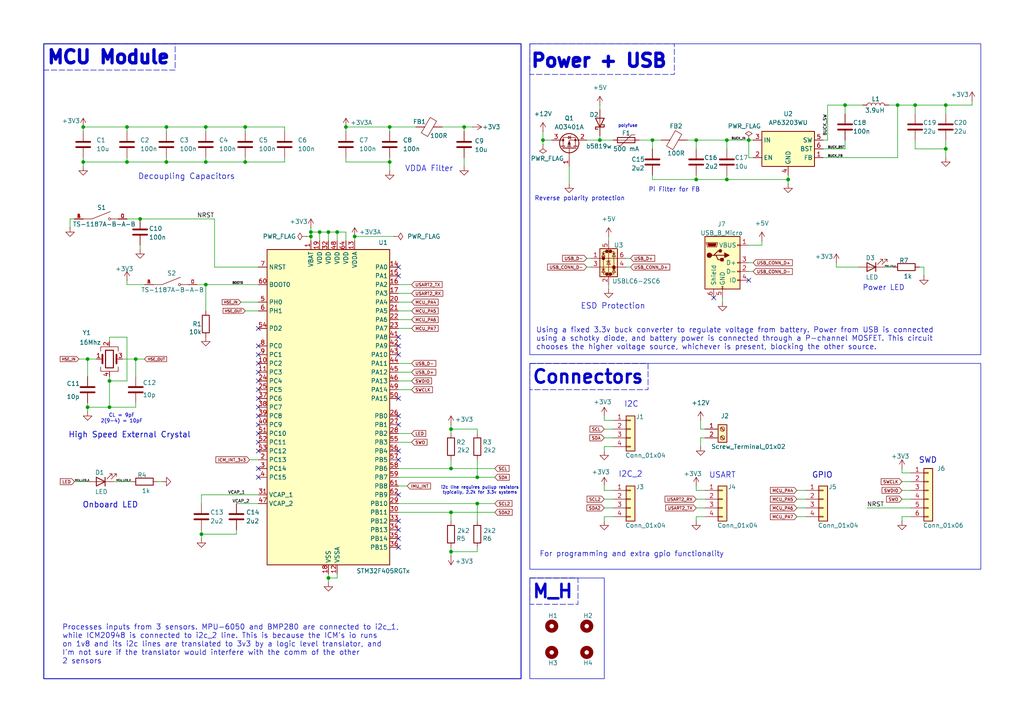
<source format=kicad_sch>
(kicad_sch (version 20231120) (generator "eeschema") (generator_version "8.0")
  (paper "A4")
  (title_block (title "MCU") (date "2025-03-02") (rev "v0.2") (company "Aadil Naji"))
  (lib_symbols
    (symbol "Connector:Screw_Terminal_01x02" (pin_names (offset 1.016) hide)
      (property "Reference" "J" (at 0 2.54 0))
      (property "Value" "Screw_Terminal_01x02" (at 0 -5.08 0))
      (symbol "Screw_Terminal_01x02_1_1"
        (pin passive line (at -5.08 0 0) (length 3.81) (name "Pin_1") (number "1"))
        (pin passive line (at -5.08 -2.54 0) (length 3.81) (name "Pin_2") (number "2"))
      )
    )
    (symbol "Connector:USB_B_Micro" (pin_names (offset 1.016))
      (property "Reference" "J" (at -5.08 11.43 0))
      (property "Value" "USB_B_Micro" (at -5.08 8.89 0))
      (symbol "USB_B_Micro_1_1"
        (pin power_out line (at 7.62 5.08 180) (length 2.54) (name "VBUS") (number "1"))
        (pin bidirectional line (at 7.62 -2.54 180) (length 2.54) (name "D-") (number "2"))
        (pin bidirectional line (at 7.62 0 180) (length 2.54) (name "D+") (number "3"))
        (pin passive line (at 7.62 -5.08 180) (length 2.54) (name "ID") (number "4"))
        (pin power_out line (at 0 -10.16 90) (length 2.54) (name "GND") (number "5"))
        (pin passive line (at -2.54 -10.16 90) (length 2.54) (name "Shield") (number "6"))
      )
    )
    (symbol "Connector_Generic:Conn_01x04" (pin_names (offset 1.016) hide)
      (property "Reference" "J" (at 0 5.08 0))
      (property "Value" "Conn_01x04" (at 0 -7.62 0))
      (symbol "Conn_01x04_1_1"
        (pin passive line (at -5.08 2.54 0) (length 3.81) (name "Pin_1") (number "1"))
        (pin passive line (at -5.08 0 0) (length 3.81) (name "Pin_2") (number "2"))
        (pin passive line (at -5.08 -2.54 0) (length 3.81) (name "Pin_3") (number "3"))
        (pin passive line (at -5.08 -5.08 0) (length 3.81) (name "Pin_4") (number "4"))
      )
    )
    (symbol "Connector_Generic:Conn_01x06" (pin_names (offset 1.016) hide)
      (property "Reference" "J" (at 0 7.62 0))
      (property "Value" "Conn_01x06" (at 0 -10.16 0))
      (symbol "Conn_01x06_1_1"
        (pin passive line (at -5.08 5.08 0) (length 3.81) (name "Pin_1") (number "1"))
        (pin passive line (at -5.08 2.54 0) (length 3.81) (name "Pin_2") (number "2"))
        (pin passive line (at -5.08 0 0) (length 3.81) (name "Pin_3") (number "3"))
        (pin passive line (at -5.08 -2.54 0) (length 3.81) (name "Pin_4") (number "4"))
        (pin passive line (at -5.08 -5.08 0) (length 3.81) (name "Pin_5") (number "5"))
        (pin passive line (at -5.08 -7.62 0) (length 3.81) (name "Pin_6") (number "6"))
      )
    )
    (symbol "Device:C" (pin_numbers hide) (pin_names (offset 0.254))
      (property "Reference" "C" (at 0.635 2.54 0))
      (property "Value" "C" (at 0.635 -2.54 0))
      (symbol "C_1_1"
        (pin passive line (at 0 3.81 270) (length 2.794) (name "~") (number "1"))
        (pin passive line (at 0 -3.81 90) (length 2.794) (name "~") (number "2"))
      )
    )
    (symbol "Device:Crystal_GND24" (pin_names (offset 1.016) hide)
      (property "Reference" "Y" (at 3.175 5.08 0))
      (property "Value" "Crystal_GND24" (at 3.175 3.175 0))
      (symbol "Crystal_GND24_1_1"
        (pin passive line (at -3.81 0 0) (length 1.27) (name "1") (number "1"))
        (pin passive line (at 0 5.08 270) (length 1.27) (name "2") (number "2"))
        (pin passive line (at 3.81 0 180) (length 1.27) (name "3") (number "3"))
        (pin passive line (at 0 -5.08 90) (length 1.27) (name "4") (number "4"))
      )
    )
    (symbol "Device:D_Schottky" (pin_numbers hide) (pin_names (offset 1.016) hide)
      (property "Reference" "D" (at 0 2.54 0))
      (property "Value" "D_Schottky" (at 0 -2.54 0))
      (symbol "D_Schottky_1_1"
        (pin passive line (at -3.81 0 0) (length 2.54) (name "K") (number "1"))
        (pin passive line (at 3.81 0 180) (length 2.54) (name "A") (number "2"))
      )
    )
    (symbol "Device:FerriteBead" (pin_numbers hide) (pin_names (offset 0))
      (property "Reference" "FB" (at -3.81 0.635 90))
      (property "Value" "FerriteBead" (at 3.81 0 90))
      (symbol "FerriteBead_1_1"
        (pin passive line (at 0 3.81 270) (length 2.54) (name "~") (number "1"))
        (pin passive line (at 0 -3.81 90) (length 2.54) (name "~") (number "2"))
      )
    )
    (symbol "Device:L" (pin_numbers hide) (pin_names (offset 1.016) hide)
      (property "Reference" "L" (at -1.27 0 90))
      (property "Value" "L" (at 1.905 0 90))
      (symbol "L_1_1"
        (pin passive line (at 0 3.81 270) (length 1.27) (name "1") (number "1"))
        (pin passive line (at 0 -3.81 90) (length 1.27) (name "2") (number "2"))
      )
    )
    (symbol "Device:LED" (pin_numbers hide) (pin_names (offset 1.016) hide)
      (property "Reference" "D" (at 0 2.54 0))
      (property "Value" "LED" (at 0 -2.54 0))
      (symbol "LED_1_1"
        (pin passive line (at -3.81 0 0) (length 2.54) (name "K") (number "1"))
        (pin passive line (at 3.81 0 180) (length 2.54) (name "A") (number "2"))
      )
    )
    (symbol "Device:Polyfuse" (pin_numbers hide) (pin_names (offset 0))
      (property "Reference" "F" (at -2.54 0 90))
      (property "Value" "Polyfuse" (at 2.54 0 90))
      (symbol "Polyfuse_1_1"
        (pin passive line (at 0 3.81 270) (length 1.27) (name "~") (number "1"))
        (pin passive line (at 0 -3.81 90) (length 1.27) (name "~") (number "2"))
      )
    )
    (symbol "Device:R" (pin_numbers hide) (pin_names (offset 0))
      (property "Reference" "R" (at 2.032 0 90))
      (property "Value" "R" (at 0 0 90))
      (symbol "R_1_1"
        (pin passive line (at 0 3.81 270) (length 1.27) (name "~") (number "1"))
        (pin passive line (at 0 -3.81 90) (length 1.27) (name "~") (number "2"))
      )
    )
    (symbol "MCU_ST_STM32F4:STM32F405RGTx"
      (property "Reference" "U" (at -17.78 46.99 0))
      (property "Value" "STM32F405RGTx" (at 10.16 46.99 0))
      (symbol "STM32F405RGTx_1_1"
        (pin power_in line (at -5.08 48.26 270) (length 2.54) (name "VBAT") (number "1"))
        (pin bidirectional line (at -20.32 12.7 0) (length 2.54) (name "PC2") (number "10"))
        (pin bidirectional line (at -20.32 10.16 0) (length 2.54) (name "PC3") (number "11"))
        (pin power_in line (at 2.54 -48.26 90) (length 2.54) (name "VSSA") (number "12"))
        (pin power_in line (at 7.62 48.26 270) (length 2.54) (name "VDDA") (number "13"))
        (pin bidirectional line (at 20.32 40.64 180) (length 2.54) (name "PA0") (number "14"))
        (pin bidirectional line (at 20.32 38.1 180) (length 2.54) (name "PA1") (number "15"))
        (pin bidirectional line (at 20.32 35.56 180) (length 2.54) (name "PA2") (number "16"))
        (pin bidirectional line (at 20.32 33.02 180) (length 2.54) (name "PA3") (number "17"))
        (pin power_in line (at 0 -48.26 90) (length 2.54) (name "VSS") (number "18"))
        (pin power_in line (at -2.54 48.26 270) (length 2.54) (name "VDD") (number "19"))
        (pin bidirectional line (at -20.32 -15.24 0) (length 2.54) (name "PC13") (number "2"))
        (pin bidirectional line (at 20.32 30.48 180) (length 2.54) (name "PA4") (number "20"))
        (pin bidirectional line (at 20.32 27.94 180) (length 2.54) (name "PA5") (number "21"))
        (pin bidirectional line (at 20.32 25.4 180) (length 2.54) (name "PA6") (number "22"))
        (pin bidirectional line (at 20.32 22.86 180) (length 2.54) (name "PA7") (number "23"))
        (pin bidirectional line (at -20.32 7.62 0) (length 2.54) (name "PC4") (number "24"))
        (pin bidirectional line (at -20.32 5.08 0) (length 2.54) (name "PC5") (number "25"))
        (pin bidirectional line (at 20.32 -2.54 180) (length 2.54) (name "PB0") (number "26"))
        (pin bidirectional line (at 20.32 -5.08 180) (length 2.54) (name "PB1") (number "27"))
        (pin bidirectional line (at 20.32 -7.62 180) (length 2.54) (name "PB2") (number "28"))
        (pin bidirectional line (at 20.32 -27.94 180) (length 2.54) (name "PB10") (number "29"))
        (pin bidirectional line (at -20.32 -17.78 0) (length 2.54) (name "PC14") (number "3"))
        (pin bidirectional line (at 20.32 -30.48 180) (length 2.54) (name "PB11") (number "30"))
        (pin power_out line (at -20.32 -25.4 0) (length 2.54) (name "VCAP_1") (number "31"))
        (pin power_in line (at 0 48.26 270) (length 2.54) (name "VDD") (number "32"))
        (pin bidirectional line (at 20.32 -33.02 180) (length 2.54) (name "PB12") (number "33"))
        (pin bidirectional line (at 20.32 -35.56 180) (length 2.54) (name "PB13") (number "34"))
        (pin bidirectional line (at 20.32 -38.1 180) (length 2.54) (name "PB14") (number "35"))
        (pin bidirectional line (at 20.32 -40.64 180) (length 2.54) (name "PB15") (number "36"))
        (pin bidirectional line (at -20.32 2.54 0) (length 2.54) (name "PC6") (number "37"))
        (pin bidirectional line (at -20.32 0 0) (length 2.54) (name "PC7") (number "38"))
        (pin bidirectional line (at -20.32 -2.54 0) (length 2.54) (name "PC8") (number "39"))
        (pin bidirectional line (at -20.32 -20.32 0) (length 2.54) (name "PC15") (number "4"))
        (pin bidirectional line (at -20.32 -5.08 0) (length 2.54) (name "PC9") (number "40"))
        (pin bidirectional line (at 20.32 20.32 180) (length 2.54) (name "PA8") (number "41"))
        (pin bidirectional line (at 20.32 17.78 180) (length 2.54) (name "PA9") (number "42"))
        (pin bidirectional line (at 20.32 15.24 180) (length 2.54) (name "PA10") (number "43"))
        (pin bidirectional line (at 20.32 12.7 180) (length 2.54) (name "PA11") (number "44"))
        (pin bidirectional line (at 20.32 10.16 180) (length 2.54) (name "PA12") (number "45"))
        (pin bidirectional line (at 20.32 7.62 180) (length 2.54) (name "PA13") (number "46"))
        (pin power_out line (at -20.32 -27.94 0) (length 2.54) (name "VCAP_2") (number "47"))
        (pin power_in line (at 2.54 48.26 270) (length 2.54) (name "VDD") (number "48"))
        (pin bidirectional line (at 20.32 5.08 180) (length 2.54) (name "PA14") (number "49"))
        (pin bidirectional line (at -20.32 30.48 0) (length 2.54) (name "PH0") (number "5"))
        (pin bidirectional line (at 20.32 2.54 180) (length 2.54) (name "PA15") (number "50"))
        (pin bidirectional line (at -20.32 -7.62 0) (length 2.54) (name "PC10") (number "51"))
        (pin bidirectional line (at -20.32 -10.16 0) (length 2.54) (name "PC11") (number "52"))
        (pin bidirectional line (at -20.32 -12.7 0) (length 2.54) (name "PC12") (number "53"))
        (pin bidirectional line (at -20.32 22.86 0) (length 2.54) (name "PD2") (number "54"))
        (pin bidirectional line (at 20.32 -10.16 180) (length 2.54) (name "PB3") (number "55"))
        (pin bidirectional line (at 20.32 -12.7 180) (length 2.54) (name "PB4") (number "56"))
        (pin bidirectional line (at 20.32 -15.24 180) (length 2.54) (name "PB5") (number "57"))
        (pin bidirectional line (at 20.32 -17.78 180) (length 2.54) (name "PB6") (number "58"))
        (pin bidirectional line (at 20.32 -20.32 180) (length 2.54) (name "PB7") (number "59"))
        (pin bidirectional line (at -20.32 27.94 0) (length 2.54) (name "PH1") (number "6"))
        (pin input line (at -20.32 35.56 0) (length 2.54) (name "BOOT0") (number "60"))
        (pin bidirectional line (at 20.32 -22.86 180) (length 2.54) (name "PB8") (number "61"))
        (pin bidirectional line (at 20.32 -25.4 180) (length 2.54) (name "PB9") (number "62"))
        (pin passive line (at 0 -48.26 90) (length 2.54) hide (name "VSS") (number "63"))
        (pin power_in line (at 5.08 48.26 270) (length 2.54) (name "VDD") (number "64"))
        (pin input line (at -20.32 40.64 0) (length 2.54) (name "NRST") (number "7"))
        (pin bidirectional line (at -20.32 17.78 0) (length 2.54) (name "PC0") (number "8"))
        (pin bidirectional line (at -20.32 15.24 0) (length 2.54) (name "PC1") (number "9"))
      )
    )
    (symbol "Mechanical:MountingHole" (pin_names (offset 1.016)) (exclude_from_sim yes) (in_bom no)
      (property "Reference" "H" (at 0 5.08 0))
      (property "Value" "MountingHole" (at 0 3.175 0))
    )
    (symbol "Power_Protection:USBLC6-2SC6" (pin_names hide)
      (property "Reference" "U" (at 0.635 5.715 0))
      (property "Value" "USBLC6-2SC6" (at 0.635 3.81 0))
      (symbol "USBLC6-2SC6_1_1"
        (pin passive line (at -5.08 0 0) (length 2.54) (name "I/O1") (number "1"))
        (pin passive line (at 0 -7.62 90) (length 2.54) (name "GND") (number "2"))
        (pin passive line (at -5.08 -2.54 0) (length 2.54) (name "I/O2") (number "3"))
        (pin passive line (at 5.08 -2.54 180) (length 2.54) (name "I/O2") (number "4"))
        (pin passive line (at 0 5.08 270) (length 2.54) (name "VBUS") (number "5"))
        (pin passive line (at 5.08 0 180) (length 2.54) (name "I/O1") (number "6"))
      )
    )
    (symbol "Regulator_Switching:AP63203WU"
      (property "Reference" "U" (at -7.62 6.35 0))
      (property "Value" "AP63203WU" (at 2.54 6.35 0))
      (symbol "AP63203WU_1_1"
        (pin input line (at 10.16 -2.54 180) (length 2.54) (name "FB") (number "1"))
        (pin input line (at -10.16 -2.54 0) (length 2.54) (name "EN") (number "2"))
        (pin power_in line (at -10.16 2.54 0) (length 2.54) (name "IN") (number "3"))
        (pin power_in line (at 0 -7.62 90) (length 2.54) (name "GND") (number "4"))
        (pin output line (at 10.16 2.54 180) (length 2.54) (name "SW") (number "5"))
        (pin passive line (at 10.16 0 180) (length 2.54) (name "BST") (number "6"))
      )
    )
    (symbol "TS-1187A-B-A-B:TS-1187A-B-A-B" (pin_names (offset 1.016))
      (property "Reference" "S" (at -2.54 2.54 0))
      (property "Value" "TS-1187A-B-A-B" (at -2.54 -2.54 0))
      (symbol "TS-1187A-B-A-B_0_0"
        (pin passive line (at -7.62 0 0) (length 2.54) (name "~") (number "A"))
        (pin passive line (at -7.62 0 0) (length 2.54) (name "~") (number "B"))
        (pin passive line (at 7.62 0 180) (length 2.54) (name "~") (number "C"))
        (pin passive line (at 7.62 0 180) (length 2.54) (name "~") (number "D"))
      )
    )
    (symbol "Transistor_FET:AO3401A" (pin_names hide)
      (property "Reference" "Q" (at 5.08 1.905 0))
      (property "Value" "AO3401A" (at 5.08 0 0))
      (symbol "AO3401A_1_1"
        (pin input line (at -5.08 0 0) (length 2.54) (name "G") (number "1"))
        (pin passive line (at 2.54 -5.08 90) (length 2.54) (name "S") (number "2"))
        (pin passive line (at 2.54 5.08 270) (length 2.54) (name "D") (number "3"))
      )
    )
    (symbol "power:+12V" (power) (pin_numbers hide) (pin_names (offset 0) hide)
      (property "Value" "+12V" (at 0 3.556 0))
      (symbol "+12V_1_1"
        (pin power_in line (at 0 0 90) (length 0) (name "~") (number "1"))
      )
    )
    (symbol "power:+3V3" (power) (pin_numbers hide) (pin_names (offset 0) hide)
      (property "Value" "+3V3" (at 0 3.556 0))
      (symbol "+3V3_1_1"
        (pin power_in line (at 0 0 90) (length 0) (name "~") (number "1"))
      )
    )
    (symbol "power:+5V" (power) (pin_numbers hide) (pin_names (offset 0) hide)
      (property "Value" "+5V" (at 0 3.556 0))
      (symbol "+5V_1_1"
        (pin power_in line (at 0 0 90) (length 0) (name "~") (number "1"))
      )
    )
    (symbol "power:GND" (power) (pin_numbers hide) (pin_names (offset 0) hide)
      (property "Value" "GND" (at 0 -3.81 0))
      (symbol "GND_1_1"
        (pin power_in line (at 0 0 270) (length 0) (name "~") (number "1"))
      )
    )
    (symbol "power:PWR_FLAG" (power) (pin_numbers hide) (pin_names (offset 0) hide)
      (property "Value" "PWR_FLAG" (at 0 3.81 0))
      (symbol "PWR_FLAG_0_0"
        (pin power_out line (at 0 0 90) (length 0) (name "~") (number "1"))
      )
    )
  )
  (junction (at 97.79 67.31))
  (junction (at 100.33 36.83))
  (junction (at 217.17 40.64))
  (junction (at 113.03 46.99))
  (junction (at 36.83 46.99))
  (junction (at 260.35 30.48))
  (junction (at 102.87 68.58))
  (junction (at 130.81 160.02))
  (junction (at 25.4 118.11))
  (junction (at 59.69 82.55))
  (junction (at 31.75 110.49))
  (junction (at 274.32 30.48))
  (junction (at 95.25 167.64))
  (junction (at 40.64 63.5))
  (junction (at 138.43 146.05))
  (junction (at 71.12 36.83))
  (junction (at 113.03 36.83))
  (junction (at 210.82 40.64))
  (junction (at 58.42 154.94))
  (junction (at 228.6 52.07))
  (junction (at 39.37 104.14))
  (junction (at 25.4 104.14))
  (junction (at 134.62 36.83))
  (junction (at 92.71 67.31))
  (junction (at 48.26 36.83))
  (junction (at 130.81 135.89))
  (junction (at 90.17 67.31))
  (junction (at 24.13 46.99))
  (junction (at 48.26 46.99))
  (junction (at 173.99 40.64))
  (junction (at 59.69 46.99))
  (junction (at 189.23 40.64))
  (junction (at 210.82 52.07))
  (junction (at 157.48 40.64))
  (junction (at 245.11 30.48))
  (junction (at 95.25 67.31))
  (junction (at 201.93 52.07))
  (junction (at 36.83 36.83))
  (junction (at 71.12 46.99))
  (junction (at 265.43 30.48))
  (junction (at 274.32 43.18))
  (junction (at 31.75 118.11))
  (junction (at 138.43 138.43))
  (junction (at 59.69 36.83))
  (junction (at 130.81 124.46))
  (junction (at 201.93 40.64))
  (junction (at 130.81 148.59))
  (junction (at 24.13 36.83))
  (junction (at 90.17 68.58))
  (no_connect (at 115.57 120.65))
  (no_connect (at 74.93 95.25))
  (no_connect (at 115.57 133.35))
  (no_connect (at 74.93 120.65))
  (no_connect (at 74.93 113.03))
  (no_connect (at 115.57 130.81))
  (no_connect (at 74.93 118.11))
  (no_connect (at 115.57 123.19))
  (no_connect (at 74.93 110.49))
  (no_connect (at 115.57 102.87))
  (no_connect (at 74.93 115.57))
  (no_connect (at 115.57 156.21))
  (no_connect (at 74.93 123.19))
  (no_connect (at 74.93 135.89))
  (no_connect (at 207.01 86.36))
  (no_connect (at 74.93 130.81))
  (no_connect (at 115.57 158.75))
  (no_connect (at 74.93 125.73))
  (no_connect (at 115.57 80.01))
  (no_connect (at 115.57 100.33))
  (no_connect (at 74.93 107.95))
  (no_connect (at 115.57 143.51))
  (no_connect (at 115.57 115.57))
  (no_connect (at 115.57 151.13))
  (no_connect (at 74.93 128.27))
  (no_connect (at 115.57 97.79))
  (no_connect (at 115.57 77.47))
  (no_connect (at 115.57 153.67))
  (no_connect (at 74.93 102.87))
  (no_connect (at 74.93 105.41))
  (no_connect (at 74.93 100.33))
  (no_connect (at 74.93 138.43))
  (no_connect (at 217.17 81.28))
  (wire (pts (xy 58.42 154.94) (xy 58.42 156.21)))
  (wire (pts (xy 82.55 36.83) (xy 82.55 38.1)))
  (wire (pts (xy 36.83 97.79) (xy 36.83 110.49)))
  (wire (pts (xy 185.42 40.64) (xy 189.23 40.64)))
  (wire (pts (xy 130.81 133.35) (xy 130.81 135.89)))
  (wire (pts (xy 201.93 43.18) (xy 201.93 40.64)))
  (wire (pts (xy 176.53 68.58) (xy 176.53 69.85)))
  (wire (pts (xy 130.81 124.46) (xy 138.43 124.46)))
  (wire (pts (xy 138.43 138.43) (xy 143.51 138.43)))
  (wire (pts (xy 220.98 71.12) (xy 217.17 71.12)))
  (wire (pts (xy 40.64 63.5) (xy 36.83 63.5)))
  (wire (pts (xy 245.11 43.18) (xy 238.76 43.18)))
  (wire (pts (xy 115.57 107.95) (xy 119.38 107.95)))
  (wire (pts (xy 113.03 36.83) (xy 120.65 36.83)))
  (wire (pts (xy 21.59 139.7) (xy 25.4 139.7)))
  (wire (pts (xy 217.17 40.64) (xy 217.17 45.72)))
  (wire (pts (xy 115.57 105.41) (xy 119.38 105.41)))
  (wire (pts (xy 175.26 127) (xy 177.8 127)))
  (wire (pts (xy 261.62 139.7) (xy 264.16 139.7)))
  (wire (pts (xy 115.57 95.25) (xy 119.38 95.25)))
  (wire (pts (xy 157.48 40.64) (xy 157.48 41.91)))
  (wire (pts (xy 231.14 142.24) (xy 233.68 142.24)))
  (wire (pts (xy 82.55 45.72) (xy 82.55 46.99)))
  (wire (pts (xy 90.17 68.58) (xy 90.17 69.85)))
  (wire (pts (xy 261.62 149.86) (xy 264.16 149.86)))
  (wire (pts (xy 138.43 133.35) (xy 138.43 138.43)))
  (wire (pts (xy 100.33 36.83) (xy 100.33 38.1)))
  (wire (pts (xy 231.14 144.78) (xy 233.68 144.78)))
  (wire (pts (xy 217.17 40.64) (xy 218.44 40.64)))
  (wire (pts (xy 40.64 71.12) (xy 40.64 72.39)))
  (wire (pts (xy 245.11 40.64) (xy 245.11 43.18)))
  (wire (pts (xy 25.4 116.84) (xy 25.4 118.11)))
  (wire (pts (xy 210.82 40.64) (xy 210.82 43.18)))
  (wire (pts (xy 31.75 118.11) (xy 39.37 118.11)))
  (wire (pts (xy 20.32 63.5) (xy 21.59 63.5)))
  (wire (pts (xy 59.69 36.83) (xy 59.69 38.1)))
  (wire (pts (xy 58.42 143.51) (xy 58.42 146.05)))
  (wire (pts (xy 74.93 143.51) (xy 58.42 143.51)))
  (wire (pts (xy 69.85 87.63) (xy 74.93 87.63)))
  (wire (pts (xy 48.26 36.83) (xy 48.26 38.1)))
  (wire (pts (xy 71.12 90.17) (xy 74.93 90.17)))
  (wire (pts (xy 36.83 82.55) (xy 41.91 82.55)))
  (wire (pts (xy 201.93 147.32) (xy 204.47 147.32)))
  (wire (pts (xy 59.69 90.17) (xy 59.69 82.55)))
  (wire (pts (xy 25.4 118.11) (xy 25.4 119.38)))
  (wire (pts (xy 22.86 104.14) (xy 25.4 104.14)))
  (wire (pts (xy 24.13 46.99) (xy 24.13 48.26)))
  (wire (pts (xy 58.42 153.67) (xy 58.42 154.94)))
  (wire (pts (xy 113.03 36.83) (xy 113.03 38.1)))
  (wire (pts (xy 68.58 146.05) (xy 74.93 146.05)))
  (wire (pts (xy 115.57 82.55) (xy 119.38 82.55)))
  (wire (pts (xy 115.57 128.27) (xy 119.38 128.27)))
  (wire (pts (xy 189.23 50.8) (xy 189.23 52.07)))
  (wire (pts (xy 210.82 40.64) (xy 217.17 40.64)))
  (wire (pts (xy 261.62 137.16) (xy 264.16 137.16)))
  (wire (pts (xy 130.81 135.89) (xy 143.51 135.89)))
  (wire (pts (xy 36.83 81.28) (xy 36.83 82.55)))
  (wire (pts (xy 115.57 110.49) (xy 119.38 110.49)))
  (wire (pts (xy 175.26 130.81) (xy 175.26 129.54)))
  (wire (pts (xy 265.43 30.48) (xy 260.35 30.48)))
  (wire (pts (xy 250.19 30.48) (xy 245.11 30.48)))
  (wire (pts (xy 261.62 151.13) (xy 261.62 149.86)))
  (wire (pts (xy 130.81 160.02) (xy 130.81 158.75)))
  (wire (pts (xy 100.33 45.72) (xy 100.33 46.99)))
  (wire (pts (xy 59.69 46.99) (xy 71.12 46.99)))
  (wire (pts (xy 134.62 36.83) (xy 137.16 36.83)))
  (wire (pts (xy 97.79 167.64) (xy 97.79 166.37)))
  (wire (pts (xy 175.26 149.86) (xy 175.26 151.13)))
  (wire (pts (xy 97.79 67.31) (xy 95.25 67.31)))
  (wire (pts (xy 130.81 124.46) (xy 130.81 125.73)))
  (wire (pts (xy 31.75 110.49) (xy 31.75 109.22)))
  (wire (pts (xy 201.93 142.24) (xy 204.47 142.24)))
  (wire (pts (xy 138.43 151.13) (xy 138.43 146.05)))
  (wire (pts (xy 261.62 144.78) (xy 264.16 144.78)))
  (wire (pts (xy 261.62 142.24) (xy 264.16 142.24)))
  (wire (pts (xy 274.32 30.48) (xy 265.43 30.48)))
  (wire (pts (xy 274.32 43.18) (xy 274.32 45.72)))
  (wire (pts (xy 170.18 77.47) (xy 171.45 77.47)))
  (wire (pts (xy 92.71 67.31) (xy 92.71 69.85)))
  (wire (pts (xy 228.6 53.34) (xy 228.6 52.07)))
  (wire (pts (xy 175.26 142.24) (xy 177.8 142.24)))
  (wire (pts (xy 115.57 148.59) (xy 130.81 148.59)))
  (wire (pts (xy 274.32 40.64) (xy 274.32 43.18)))
  (wire (pts (xy 256.54 77.47) (xy 259.08 77.47)))
  (wire (pts (xy 72.39 133.35) (xy 74.93 133.35)))
  (wire (pts (xy 242.57 76.2) (xy 242.57 77.47)))
  (wire (pts (xy 95.25 167.64) (xy 95.25 168.91)))
  (wire (pts (xy 90.17 66.04) (xy 90.17 67.31)))
  (wire (pts (xy 134.62 36.83) (xy 134.62 38.1)))
  (wire (pts (xy 231.14 149.86) (xy 233.68 149.86)))
  (wire (pts (xy 265.43 43.18) (xy 274.32 43.18)))
  (wire (pts (xy 24.13 38.1) (xy 24.13 36.83)))
  (wire (pts (xy 261.62 135.89) (xy 261.62 137.16)))
  (wire (pts (xy 115.57 125.73) (xy 119.38 125.73)))
  (wire (pts (xy 62.23 63.5) (xy 62.23 77.47)))
  (wire (pts (xy 31.75 97.79) (xy 36.83 97.79)))
  (wire (pts (xy 115.57 92.71) (xy 119.38 92.71)))
  (wire (pts (xy 228.6 50.8) (xy 228.6 52.07)))
  (wire (pts (xy 210.82 52.07) (xy 228.6 52.07)))
  (wire (pts (xy 245.11 30.48) (xy 245.11 33.02)))
  (wire (pts (xy 138.43 124.46) (xy 138.43 125.73)))
  (wire (pts (xy 130.81 123.19) (xy 130.81 124.46)))
  (wire (pts (xy 95.25 167.64) (xy 97.79 167.64)))
  (wire (pts (xy 25.4 104.14) (xy 25.4 109.22)))
  (wire (pts (xy 242.57 77.47) (xy 248.92 77.47)))
  (wire (pts (xy 36.83 46.99) (xy 48.26 46.99)))
  (wire (pts (xy 115.57 113.03) (xy 119.38 113.03)))
  (wire (pts (xy 115.57 135.89) (xy 130.81 135.89)))
  (wire (pts (xy 24.13 46.99) (xy 36.83 46.99)))
  (wire (pts (xy 189.23 52.07) (xy 201.93 52.07)))
  (wire (pts (xy 203.2 127) (xy 204.47 127)))
  (wire (pts (xy 203.2 124.46) (xy 204.47 124.46)))
  (wire (pts (xy 102.87 68.58) (xy 102.87 69.85)))
  (wire (pts (xy 189.23 40.64) (xy 191.77 40.64)))
  (wire (pts (xy 128.27 36.83) (xy 134.62 36.83)))
  (wire (pts (xy 251.46 147.32) (xy 264.16 147.32)))
  (wire (pts (xy 175.26 120.65) (xy 175.26 121.92)))
  (wire (pts (xy 62.23 77.47) (xy 74.93 77.47)))
  (wire (pts (xy 40.64 63.5) (xy 62.23 63.5)))
  (wire (pts (xy 24.13 45.72) (xy 24.13 46.99)))
  (wire (pts (xy 45.72 139.7) (xy 46.99 139.7)))
  (wire (pts (xy 36.83 110.49) (xy 31.75 110.49)))
  (wire (pts (xy 209.55 86.36) (xy 209.55 87.63)))
  (wire (pts (xy 115.57 146.05) (xy 138.43 146.05)))
  (wire (pts (xy 130.81 161.29) (xy 130.81 160.02)))
  (wire (pts (xy 113.03 46.99) (xy 113.03 49.53)))
  (wire (pts (xy 35.56 104.14) (xy 39.37 104.14)))
  (wire (pts (xy 48.26 36.83) (xy 59.69 36.83)))
  (wire (pts (xy 203.2 129.54) (xy 203.2 127)))
  (wire (pts (xy 31.75 110.49) (xy 31.75 118.11)))
  (wire (pts (xy 130.81 151.13) (xy 130.81 148.59)))
  (wire (pts (xy 48.26 36.83) (xy 36.83 36.83)))
  (wire (pts (xy 260.35 45.72) (xy 260.35 30.48)))
  (wire (pts (xy 175.26 144.78) (xy 177.8 144.78)))
  (wire (pts (xy 173.99 39.37) (xy 173.99 40.64)))
  (wire (pts (xy 175.26 121.92) (xy 177.8 121.92)))
  (wire (pts (xy 95.25 166.37) (xy 95.25 167.64)))
  (wire (pts (xy 203.2 121.92) (xy 203.2 124.46)))
  (wire (pts (xy 36.83 45.72) (xy 36.83 46.99)))
  (wire (pts (xy 100.33 36.83) (xy 113.03 36.83)))
  (wire (pts (xy 175.26 147.32) (xy 177.8 147.32)))
  (wire (pts (xy 25.4 118.11) (xy 31.75 118.11)))
  (wire (pts (xy 59.69 36.83) (xy 71.12 36.83)))
  (wire (pts (xy 115.57 90.17) (xy 119.38 90.17)))
  (wire (pts (xy 115.57 87.63) (xy 119.38 87.63)))
  (wire (pts (xy 217.17 78.74) (xy 218.44 78.74)))
  (wire (pts (xy 201.93 149.86) (xy 204.47 149.86)))
  (wire (pts (xy 201.93 151.13) (xy 201.93 149.86)))
  (wire (pts (xy 199.39 40.64) (xy 201.93 40.64)))
  (wire (pts (xy 165.1 48.26) (xy 165.1 53.34)))
  (wire (pts (xy 240.03 40.64) (xy 238.76 40.64)))
  (wire (pts (xy 181.61 77.47) (xy 182.88 77.47)))
  (wire (pts (xy 176.53 82.55) (xy 176.53 83.82)))
  (wire (pts (xy 134.62 45.72) (xy 134.62 48.26)))
  (wire (pts (xy 201.93 144.78) (xy 204.47 144.78)))
  (wire (pts (xy 175.26 129.54) (xy 177.8 129.54)))
  (wire (pts (xy 201.93 140.97) (xy 201.93 142.24)))
  (wire (pts (xy 100.33 67.31) (xy 97.79 67.31)))
  (wire (pts (xy 181.61 74.93) (xy 182.88 74.93)))
  (wire (pts (xy 71.12 36.83) (xy 71.12 38.1)))
  (wire (pts (xy 130.81 160.02) (xy 138.43 160.02)))
  (wire (pts (xy 97.79 67.31) (xy 97.79 69.85)))
  (wire (pts (xy 175.26 140.97) (xy 175.26 142.24)))
  (wire (pts (xy 39.37 104.14) (xy 41.91 104.14)))
  (wire (pts (xy 39.37 104.14) (xy 39.37 109.22)))
  (wire (pts (xy 267.97 80.01) (xy 267.97 77.47)))
  (wire (pts (xy 71.12 45.72) (xy 71.12 46.99)))
  (wire (pts (xy 138.43 160.02) (xy 138.43 158.75)))
  (wire (pts (xy 173.99 30.48) (xy 173.99 31.75)))
  (wire (pts (xy 170.18 74.93) (xy 171.45 74.93)))
  (wire (pts (xy 240.03 30.48) (xy 240.03 40.64)))
  (wire (pts (xy 102.87 68.58) (xy 114.3 68.58)))
  (wire (pts (xy 68.58 154.94) (xy 68.58 153.67)))
  (wire (pts (xy 245.11 30.48) (xy 240.03 30.48)))
  (wire (pts (xy 48.26 45.72) (xy 48.26 46.99)))
  (wire (pts (xy 59.69 45.72) (xy 59.69 46.99)))
  (wire (pts (xy 71.12 46.99) (xy 82.55 46.99)))
  (wire (pts (xy 31.75 97.79) (xy 31.75 99.06)))
  (wire (pts (xy 92.71 67.31) (xy 90.17 67.31)))
  (wire (pts (xy 58.42 154.94) (xy 68.58 154.94)))
  (wire (pts (xy 274.32 30.48) (xy 274.32 33.02)))
  (wire (pts (xy 100.33 69.85) (xy 100.33 67.31)))
  (wire (pts (xy 115.57 140.97) (xy 118.11 140.97)))
  (wire (pts (xy 20.32 63.5) (xy 20.32 66.04)))
  (wire (pts (xy 175.26 149.86) (xy 177.8 149.86)))
  (wire (pts (xy 281.94 29.21) (xy 281.94 30.48)))
  (wire (pts (xy 115.57 138.43) (xy 138.43 138.43)))
  (wire (pts (xy 218.44 45.72) (xy 217.17 45.72)))
  (wire (pts (xy 115.57 85.09) (xy 119.38 85.09)))
  (wire (pts (xy 173.99 40.64) (xy 177.8 40.64)))
  (wire (pts (xy 71.12 36.83) (xy 82.55 36.83)))
  (wire (pts (xy 157.48 40.64) (xy 160.02 40.64)))
  (wire (pts (xy 57.15 82.55) (xy 59.69 82.55)))
  (wire (pts (xy 220.98 69.85) (xy 220.98 71.12)))
  (wire (pts (xy 231.14 147.32) (xy 233.68 147.32)))
  (wire (pts (xy 39.37 118.11) (xy 39.37 116.84)))
  (wire (pts (xy 90.17 67.31) (xy 90.17 68.58)))
  (wire (pts (xy 36.83 36.83) (xy 36.83 38.1)))
  (wire (pts (xy 201.93 40.64) (xy 210.82 40.64)))
  (wire (pts (xy 113.03 45.72) (xy 113.03 46.99)))
  (wire (pts (xy 265.43 30.48) (xy 265.43 33.02)))
  (wire (pts (xy 189.23 43.18) (xy 189.23 40.64)))
  (wire (pts (xy 210.82 52.07) (xy 210.82 50.8)))
  (wire (pts (xy 260.35 30.48) (xy 257.81 30.48)))
  (wire (pts (xy 88.9 68.58) (xy 90.17 68.58)))
  (wire (pts (xy 201.93 52.07) (xy 210.82 52.07)))
  (wire (pts (xy 25.4 104.14) (xy 27.94 104.14)))
  (wire (pts (xy 201.93 50.8) (xy 201.93 52.07)))
  (wire (pts (xy 95.25 67.31) (xy 92.71 67.31)))
  (wire (pts (xy 100.33 46.99) (xy 113.03 46.99)))
  (wire (pts (xy 175.26 124.46) (xy 177.8 124.46)))
  (wire (pts (xy 36.83 36.83) (xy 24.13 36.83)))
  (wire (pts (xy 265.43 40.64) (xy 265.43 43.18)))
  (wire (pts (xy 33.02 139.7) (xy 38.1 139.7)))
  (wire (pts (xy 138.43 146.05) (xy 143.51 146.05)))
  (wire (pts (xy 217.17 76.2) (xy 218.44 76.2)))
  (wire (pts (xy 95.25 67.31) (xy 95.25 69.85)))
  (wire (pts (xy 267.97 77.47) (xy 266.7 77.47)))
  (wire (pts (xy 59.69 82.55) (xy 74.93 82.55)))
  (wire (pts (xy 238.76 45.72) (xy 260.35 45.72)))
  (wire (pts (xy 170.18 40.64) (xy 173.99 40.64)))
  (wire (pts (xy 48.26 46.99) (xy 59.69 46.99)))
  (wire (pts (xy 157.48 38.1) (xy 157.48 40.64)))
  (wire (pts (xy 130.81 148.59) (xy 143.51 148.59)))
  (wire (pts (xy 281.94 30.48) (xy 274.32 30.48)))
  (rectangle (start 153.67 12.7) (end 195.58 21.59) (stroke (width 0) (type dash)))
  (rectangle (start 153.67 105.41) (end 187.96 113.03) (stroke (width 0) (type dash)))
  (rectangle (start 153.67 167.64) (end 167.64 175.26) (stroke (width 0) (type dash)))
  (rectangle (start 153.67 105.41) (end 284.48 165.1))
  (rectangle (start 346.71 201.93) (end 346.71 201.93))
  (rectangle (start 12.7 12.7) (end 151.13 196.85) (stroke (width 0.254)))
  (rectangle (start 153.67 167.64) (end 175.26 196.85))
  (rectangle (start 153.67 12.7) (end 284.48 102.87))
  (rectangle (start 12.7 12.7) (end 50.8 20.32) (stroke (width 0) (type dash)))
  (text "polyfuse" (at 182.118 36.576 0) (effects (font (size 0.889 0.889))))
  (text "ESD Protection\n" (at 177.8 88.9 0) (effects (font (size 1.651 1.651))))
  (text "Decoupling Capacitors" (at 54.102 51.308 0) (effects (font (size 1.651 1.651))))
  (text "CL = 9pF\n2(9-4) = 10pF" (at 35.306 121.412 0) (effects (font (size 1.016 1.016))))
  (text "Using a fixed 3.3v buck converter to regulate voltage from battery. Power from USB is connected \nusing a schotky diode, and battery power is connected through a P-channel MOSFET. This circuit\nchooses the higher voltage source, whichever is present, blocking the other source.\n" (at 155.448 98.298 0) (effects (font (size 1.524 1.524)) (justify left)))
  (text "VDDA Filter" (at 124.46 49.022 0) (effects (font (size 1.651 1.651))))
  (text "Onboard LED" (at 32.004 146.558 0) (effects (font (size 1.651 1.651) (thickness 0.2064))))
  (text "i2c line requires pullup resistors\ntypically, 2.2k for 3.3v systems\n" (at 139.192 142.24 0) (effects (font (size 0.889 0.889))))
  (text "USART\n" (at 209.55 137.922 0) (effects (font (size 1.651 1.651))))
  (text "Processes inputs from 3 sensors. MPU-6050 and BMP280 are connected to i2c_1,\nwhile ICM20948 is connected to i2c_2 line. This is because the ICM's io runs \non 1v8 and its i2c lines are translated to 3v3 by a logic level translator, and\nI'm not sure if the translator would interfere with the comm of the other\n2 sensors" (at 18.034 186.944 0) (effects (font (size 1.524 1.524)) (justify left)))
  (text "M_H" (at 154.178 171.704 0) (effects (font (size 3.81 3.81) (thickness 0.762) (bold yes)) (justify left)))
  (text "Pi Filter for FB" (at 195.58 55.118 0) (effects (font (size 1.27 1.27))))
  (text "For programming and extra gpio functionality\n" (at 156.464 160.782 0) (effects (font (size 1.524 1.524)) (justify left)))
  (text "I2C" (at 183.134 117.348 0) (effects (font (size 1.651 1.651))))
  (text "SWD" (at 266.446 133.604 0) (effects (font (size 1.651 1.651) (thickness 0.2064)) (justify left)))
  (text "High Speed External Crystal" (at 37.592 126.238 0) (effects (font (size 1.651 1.651) (thickness 0.2064))))
  (text "Power LED" (at 256.286 83.566 0) (effects (font (size 1.524 1.524))))
  (text "GPIO" (at 235.458 137.922 0) (effects (font (size 1.651 1.651) (thickness 0.2064)) (justify left)))
  (text "Reverse polarity protection" (at 168.148 57.658 0) (effects (font (size 1.27 1.27))))
  (text "MCU Module" (at 31.496 16.764 0) (effects (font (size 3.81 3.81) (thickness 1.016) (bold yes))))
  (text "Connectors" (at 154.178 109.474 0) (effects (font (size 3.81 3.81) (thickness 0.762) (bold yes)) (justify left)))
  (text "Power + USB" (at 173.736 17.78 0) (effects (font (size 3.81 3.81) (thickness 1.016) (bold yes))))
  (text "I2C_2" (at 182.88 137.668 0) (effects (font (size 1.651 1.651))))
  (label "VCAP_1" (at 71.12 143.51 180) (effects (font (size 0.889 0.889))))
  (label "BUCK_IN" (at 212.09 40.64 0) (effects (font (size 0.635 0.635))))
  (label "MCU_LED_K" (at 38.1 139.7 180) (effects (font (size 0.508 0.508))))
  (label "BUCK_SW" (at 240.03 39.37 90) (effects (font (size 0.889 0.889))))
  (label "NRST" (at 251.46 147.32 0))
  (label "MCU_LED_A" (at 21.59 139.7 0) (effects (font (size 0.508 0.508))))
  (label "BUCK_FB" (at 240.03 45.72 0) (effects (font (size 0.635 0.635))))
  (label "POW_LED_K" (at 256.54 77.47 0) (effects (font (size 0.381 0.381))))
  (label "BUCK_BST" (at 240.03 43.18 0) (effects (font (size 0.635 0.635))))
  (label "VCAP_2" (at 72.39 146.05 180) (effects (font (size 0.889 0.889))))
  (label "BOOT0" (at 67.31 82.55 0) (effects (font (size 0.635 0.635))))
  (label "NRST" (at 57.15 63.5 0))
  (global_label "HSE_IN" (shape input) (at 69.85 87.63 180) (effects (font (size 0.762 0.762))) (property "Intersheetrefs" "${INTERSHEET_REFS}" (effects (hide yes))))
  (global_label "MCU_PA6" (shape input) (at 231.14 147.32 180) (effects (font (size 0.889 0.889))) (property "Intersheetrefs" "${INTERSHEET_REFS}" (effects (hide yes))))
  (global_label "USART2_RX" (shape input) (at 119.38 85.09 0) (effects (font (size 0.889 0.889))) (property "Intersheetrefs" "${INTERSHEET_REFS}" (effects (hide yes))))
  (global_label "ICM_INT_3v3" (shape input) (at 72.39 133.35 180) (effects (font (size 0.889 0.889))) (property "Intersheetrefs" "${INTERSHEET_REFS}" (effects (hide yes))))
  (global_label "MCU_PA4" (shape input) (at 231.14 142.24 180) (effects (font (size 0.889 0.889))) (property "Intersheetrefs" "${INTERSHEET_REFS}" (effects (hide yes))))
  (global_label "SWO" (shape input) (at 119.38 128.27 0) (effects (font (size 0.889 0.889))) (property "Intersheetrefs" "${INTERSHEET_REFS}" (effects (hide yes))))
  (global_label "USB_CONN_D-" (shape input) (at 170.18 77.47 180) (effects (font (size 0.889 0.889))) (property "Intersheetrefs" "${INTERSHEET_REFS}" (effects (hide yes))))
  (global_label "SCL2" (shape input) (at 175.26 144.78 180) (effects (font (size 0.889 0.889))) (property "Intersheetrefs" "${INTERSHEET_REFS}" (effects (hide yes))))
  (global_label "MCU_PA7" (shape input) (at 231.14 149.86 180) (effects (font (size 0.889 0.889))) (property "Intersheetrefs" "${INTERSHEET_REFS}" (effects (hide yes))))
  (global_label "USB_CONN_D-" (shape input) (at 218.44 78.74 0) (effects (font (size 0.889 0.889))) (property "Intersheetrefs" "${INTERSHEET_REFS}" (effects (hide yes))))
  (global_label "SWCLK" (shape input) (at 119.38 113.03 0) (effects (font (size 0.889 0.889))) (property "Intersheetrefs" "${INTERSHEET_REFS}" (effects (hide yes))))
  (global_label "LED" (shape input) (at 21.59 139.7 180) (effects (font (size 0.889 0.889))) (property "Intersheetrefs" "${INTERSHEET_REFS}" (effects (hide yes))))
  (global_label "SWO" (shape input) (at 261.62 144.78 180) (effects (font (size 0.889 0.889))) (property "Intersheetrefs" "${INTERSHEET_REFS}" (effects (hide yes))))
  (global_label "LED" (shape input) (at 119.38 125.73 0) (effects (font (size 0.889 0.889))) (property "Intersheetrefs" "${INTERSHEET_REFS}" (effects (hide yes))))
  (global_label "SCL2" (shape input) (at 143.51 146.05 0) (effects (font (size 0.889 0.889))) (property "Intersheetrefs" "${INTERSHEET_REFS}" (effects (hide yes))))
  (global_label "MCU_PA7" (shape input) (at 119.38 95.25 0) (effects (font (size 0.889 0.889))) (property "Intersheetrefs" "${INTERSHEET_REFS}" (effects (hide yes))))
  (global_label "MCU_PA4" (shape input) (at 119.38 87.63 0) (effects (font (size 0.889 0.889))) (property "Intersheetrefs" "${INTERSHEET_REFS}" (effects (hide yes))))
  (global_label "USART2_TX" (shape input) (at 119.38 82.55 0) (effects (font (size 0.889 0.889))) (property "Intersheetrefs" "${INTERSHEET_REFS}" (effects (hide yes))))
  (global_label "SWDIO" (shape input) (at 261.62 142.24 180) (effects (font (size 0.889 0.889))) (property "Intersheetrefs" "${INTERSHEET_REFS}" (effects (hide yes))))
  (global_label "USART2_RX" (shape input) (at 201.93 144.78 180) (effects (font (size 0.889 0.889))) (property "Intersheetrefs" "${INTERSHEET_REFS}" (effects (hide yes))))
  (global_label "HSE_OUT" (shape input) (at 71.12 90.17 180) (effects (font (size 0.762 0.762))) (property "Intersheetrefs" "${INTERSHEET_REFS}" (effects (hide yes))))
  (global_label "SDA" (shape input) (at 143.51 138.43 0) (effects (font (size 0.889 0.889))) (property "Intersheetrefs" "${INTERSHEET_REFS}" (effects (hide yes))))
  (global_label "SWCLK" (shape input) (at 261.62 139.7 180) (effects (font (size 0.889 0.889))) (property "Intersheetrefs" "${INTERSHEET_REFS}" (effects (hide yes))))
  (global_label "HSE_IN" (shape input) (at 22.86 104.14 180) (effects (font (size 0.762 0.762))) (property "Intersheetrefs" "${INTERSHEET_REFS}" (effects (hide yes))))
  (global_label "USB_CONN_D+" (shape input) (at 218.44 76.2 0) (effects (font (size 0.889 0.889))) (property "Intersheetrefs" "${INTERSHEET_REFS}" (effects (hide yes))))
  (global_label "USB_D+" (shape input) (at 182.88 74.93 0) (effects (font (size 0.889 0.889))) (property "Intersheetrefs" "${INTERSHEET_REFS}" (effects (hide yes))))
  (global_label "SCL" (shape input) (at 175.26 124.46 180) (effects (font (size 0.889 0.889))) (property "Intersheetrefs" "${INTERSHEET_REFS}" (effects (hide yes))))
  (global_label "IMU_INT" (shape input) (at 118.11 140.97 0) (effects (font (size 0.889 0.889))) (property "Intersheetrefs" "${INTERSHEET_REFS}" (effects (hide yes))))
  (global_label "USB_D-" (shape input) (at 119.38 105.41 0) (effects (font (size 0.889 0.889))) (property "Intersheetrefs" "${INTERSHEET_REFS}" (effects (hide yes))))
  (global_label "SWDIO" (shape input) (at 119.38 110.49 0) (effects (font (size 0.889 0.889))) (property "Intersheetrefs" "${INTERSHEET_REFS}" (effects (hide yes))))
  (global_label "HSE_OUT" (shape input) (at 41.91 104.14 0) (effects (font (size 0.762 0.762))) (property "Intersheetrefs" "${INTERSHEET_REFS}" (effects (hide yes))))
  (global_label "USB_D-" (shape input) (at 170.18 74.93 180) (effects (font (size 0.889 0.889))) (property "Intersheetrefs" "${INTERSHEET_REFS}" (effects (hide yes))))
  (global_label "SDA2" (shape input) (at 175.26 147.32 180) (effects (font (size 0.889 0.889))) (property "Intersheetrefs" "${INTERSHEET_REFS}" (effects (hide yes))))
  (global_label "SDA" (shape input) (at 175.26 127 180) (effects (font (size 0.889 0.889))) (property "Intersheetrefs" "${INTERSHEET_REFS}" (effects (hide yes))))
  (global_label "USART2_TX" (shape input) (at 201.93 147.32 180) (effects (font (size 0.889 0.889))) (property "Intersheetrefs" "${INTERSHEET_REFS}" (effects (hide yes))))
  (global_label "SDA2" (shape input) (at 143.51 148.59 0) (effects (font (size 0.889 0.889))) (property "Intersheetrefs" "${INTERSHEET_REFS}" (effects (hide yes))))
  (global_label "MCU_PA5" (shape input) (at 231.14 144.78 180) (effects (font (size 0.889 0.889))) (property "Intersheetrefs" "${INTERSHEET_REFS}" (effects (hide yes))))
  (global_label "MCU_PA5" (shape input) (at 119.38 90.17 0) (effects (font (size 0.889 0.889))) (property "Intersheetrefs" "${INTERSHEET_REFS}" (effects (hide yes))))
  (global_label "MCU_PA6" (shape input) (at 119.38 92.71 0) (effects (font (size 0.889 0.889))) (property "Intersheetrefs" "${INTERSHEET_REFS}" (effects (hide yes))))
  (global_label "SCL" (shape input) (at 143.51 135.89 0) (effects (font (size 0.889 0.889))) (property "Intersheetrefs" "${INTERSHEET_REFS}" (effects (hide yes))))
  (global_label "USB_CONN_D+" (shape input) (at 182.88 77.47 0) (effects (font (size 0.889 0.889))) (property "Intersheetrefs" "${INTERSHEET_REFS}" (effects (hide yes))))
  (global_label "USB_D+" (shape input) (at 119.38 107.95 0) (effects (font (size 0.889 0.889))) (property "Intersheetrefs" "${INTERSHEET_REFS}" (effects (hide yes))))
  (symbol (lib_id "power:+12V") (at 203.2 121.92 0) (unit 1)
    (property "Reference" "#PWR055" (effects (hide yes)))
    (property "Value" "+12V" (at 203.2 116.84 0))
    (property "Description" "Power symbol creates a global label with name \"+12V\"" (effects (hide yes)))
  )
  (symbol (lib_id "Connector:Screw_Terminal_01x02") (at 209.55 124.46 0) (unit 1)
    (property "Reference" "J2" (at 209.042 120.65 0) (effects (justify left)))
    (property "Value" "Screw_Terminal_01x02" (at 206.248 129.54 0) (effects (justify left)))
    (property "Footprint" "TerminalBlock:TerminalBlock_Xinya_XY308-2.54-2P_1x02_P2.54mm_Horizontal" (effects (hide yes)))
    (property "Description" "Generic screw terminal, single row, 01x02, script generated (kicad-library-utils/schlib/autogen/connector/)" (effects (hide yes)))
  )
  (symbol (lib_id "power:+3V3") (at 130.81 123.19 0) (unit 1)
    (property "Reference" "#PWR015" (effects (hide yes)))
    (property "Value" "+3V3" (at 134.62 121.666 0))
    (property "Description" "Power symbol creates a global label with name \"+3V3\"" (effects (hide yes)))
  )
  (symbol (lib_id "TS-1187A-B-A-B:TS-1187A-B-A-B") (at 49.53 82.55 0) (unit 1)
    (property "Reference" "S2" (at 49.784 79.248 0))
    (property "Value" "TS-1187A-B-A-B" (at 50.038 84.074 0))
    (property "Footprint" "switch:SW_TS-1187A-B-A-B" (effects (hide yes)))
    (property "MF" "XKB Industrial Precision" (effects (hide yes)))
    (property "MAXIMUM_PACKAGE_HEIGHT" "1.5mm" (effects (hide yes)))
    (property "Package" "Package" (effects (hide yes)))
    (property "Price" "None" (effects (hide yes)))
    (property "Check_prices" "https://www.snapeda.com/parts/TS-1187A-B-A-B/XKB+Connection/view-part/?ref=eda" (effects (hide yes)))
    (property "STANDARD" "Manufacturer Recommendations" (effects (hide yes)))
    (property "PARTREV" "A0" (effects (hide yes)))
    (property "SnapEDA_Link" "https://www.snapeda.com/parts/TS-1187A-B-A-B/XKB+Connection/view-part/?ref=snap" (effects (hide yes)))
    (property "MP" "TS-1187A-B-A-B" (effects (hide yes)))
    (property "Description_1" "\n                        \n                            TS-1187A-B-A-B XKB Connectivity\n                        \n" (effects (hide yes)))
    (property "Availability" "Not in stock" (effects (hide yes)))
    (property "MANUFACTURER" "XKB Industrial Precision" (effects (hide yes)))
  )
  (symbol (lib_id "Connector_Generic:Conn_01x04") (at 209.55 144.78 0) (unit 1)
    (property "Reference" "J4" (at 211.074 141.224 0) (effects (justify left)))
    (property "Value" "Conn_01x04" (at 208.026 152.4 0) (effects (justify left)))
    (property "Footprint" "Connector_PinSocket_2.54mm:PinSocket_1x04_P2.54mm_Vertical" (effects (hide yes)))
    (property "Description" "Generic connector, single row, 01x04, script generated (kicad-library-utils/schlib/autogen/connector/)" (effects (hide yes)))
  )
  (symbol (lib_id "Device:C") (at 36.83 41.91 0) (unit 1)
    (property "Reference" "C2" (at 40.64 40.6399 0) (effects (justify left)))
    (property "Value" "100n" (at 40.64 43.1799 0) (effects (justify left)))
    (property "Footprint" "Capacitor_SMD:C_0402_1005Metric" (effects (hide yes)))
    (property "Description" "Unpolarized capacitor" (effects (hide yes)))
  )
  (symbol (lib_id "Device:LED") (at 252.73 77.47 180) (unit 1)
    (property "Reference" "D3" (at 251.079 74.803 0) (effects (justify right)))
    (property "Value" "LED" (at 251.079 80.391 0) (effects (justify right)))
    (property "Footprint" "LED_SMD:LED_0603_1608Metric" (effects (hide yes)))
    (property "Description" "Light emitting diode" (effects (hide yes)))
  )
  (symbol (lib_id "power:PWR_FLAG") (at 88.9 68.58 90) (unit 1)
    (property "Reference" "#FLG04" (effects (hide yes)))
    (property "Value" "PWR_FLAG" (at 81.026 68.58 90))
    (property "Description" "Special symbol for telling ERC where power comes from" (effects (hide yes)))
  )
  (symbol (lib_id "power:+3V3") (at 242.57 76.2 0) (unit 1)
    (property "Reference" "#PWR054" (effects (hide yes)))
    (property "Value" "+3V3" (at 239.014 74.422 0))
    (property "Description" "Power symbol creates a global label with name \"+3V3\"" (effects (hide yes)))
  )
  (symbol (lib_id "Mechanical:MountingHole") (at 160.02 189.23 0) (mirror x) (unit 1) (exclude_from_sim yes) (in_bom no)
    (property "Reference" "H3" (at 159.004 192.278 0) (effects (justify left)))
    (property "Value" "MountingHole" (effects (hide yes)))
    (property "Footprint" "MountingHole:MountingHole_4.3mm_M4_Pad_Via" (effects (hide yes)))
    (property "Description" "Mounting Hole without connection" (effects (hide yes)))
  )
  (symbol (lib_id "Device:C") (at 25.4 113.03 0) (unit 1)
    (property "Reference" "C11" (at 19.304 111.252 0) (effects (justify left)))
    (property "Value" "10p" (at 19.304 115.062 0) (effects (justify left)))
    (property "Footprint" "Capacitor_SMD:C_0603_1608Metric" (effects (hide yes)))
    (property "Description" "Unpolarized capacitor" (effects (hide yes)))
  )
  (symbol (lib_id "Device:C") (at 201.93 46.99 0) (unit 1)
    (property "Reference" "C16" (at 204.216 45.72 0) (effects (justify left)))
    (property "Value" "2u2" (at 204.47 48.26 0) (effects (justify left)))
    (property "Footprint" "Capacitor_SMD:C_0603_1608Metric" (effects (hide yes)))
    (property "Description" "Unpolarized capacitor" (effects (hide yes)))
  )
  (symbol (lib_id "power:+3V3") (at 137.16 36.83 270) (unit 1)
    (property "Reference" "#PWR03" (effects (hide yes)))
    (property "Value" "+3V3" (at 142.494 36.83 90))
    (property "Description" "Power symbol creates a global label with name \"+3V3\"" (effects (hide yes)))
  )
  (symbol (lib_id "power:GND") (at 201.93 151.13 0) (unit 1)
    (property "Reference" "#PWR022" (effects (hide yes)))
    (property "Value" "GND" (effects (hide yes)))
    (property "Description" "Power symbol creates a global label with name \"GND\" , ground" (effects (hide yes)))
  )
  (symbol (lib_id "Transistor_FET:AO3401A") (at 165.1 43.18 90) (unit 1)
    (property "Reference" "Q1" (at 165.1 34.29 90))
    (property "Value" "AO3401A" (at 165.1 36.83 90))
    (property "Footprint" "Package_TO_SOT_SMD:SOT-23" (effects (hide yes)))
    (property "Datasheet" "http://www.aosmd.com/pdfs/datasheet/AO3401A.pdf" (effects (hide yes)))
    (property "Description" "-4.0A Id, -30V Vds, P-Channel MOSFET, SOT-23" (effects (hide yes)))
  )
  (symbol (lib_id "Device:C") (at 68.58 149.86 0) (unit 1)
    (property "Reference" "C14" (at 71.374 148.59 0) (effects (justify left)))
    (property "Value" "2u2" (at 71.374 151.13 0) (effects (justify left)))
    (property "Footprint" "Capacitor_SMD:C_0603_1608Metric" (effects (hide yes)))
    (property "Description" "Unpolarized capacitor" (effects (hide yes)))
  )
  (symbol (lib_id "power:GND") (at 261.62 151.13 0) (unit 1)
    (property "Reference" "#PWR023" (effects (hide yes)))
    (property "Value" "GND" (effects (hide yes)))
    (property "Description" "Power symbol creates a global label with name \"GND\" , ground" (effects (hide yes)))
  )
  (symbol (lib_id "power:+3V3") (at 175.26 120.65 0) (unit 1)
    (property "Reference" "#PWR014" (effects (hide yes)))
    (property "Value" "+3V3" (at 174.752 116.586 0))
    (property "Description" "Power symbol creates a global label with name \"+3V3\"" (effects (hide yes)))
  )
  (symbol (lib_id "power:+5V") (at 173.99 30.48 0) (unit 1)
    (property "Reference" "#PWR052" (effects (hide yes)))
    (property "Value" "+5V" (at 173.99 25.4 0))
    (property "Description" "Power symbol creates a global label with name \"+5V\"" (effects (hide yes)))
  )
  (symbol (lib_id "Device:C") (at 134.62 41.91 0) (unit 1)
    (property "Reference" "C9" (at 137.668 40.894 0) (effects (justify left)))
    (property "Value" "10u" (at 137.668 43.434 0) (effects (justify left)))
    (property "Footprint" "Capacitor_SMD:C_0603_1608Metric" (effects (hide yes)))
    (property "Description" "Unpolarized capacitor" (effects (hide yes)))
  )
  (symbol (lib_id "power:+12V") (at 157.48 38.1 0) (unit 1)
    (property "Reference" "#PWR028" (effects (hide yes)))
    (property "Value" "+12V" (at 157.48 33.02 0))
    (property "Description" "Power symbol creates a global label with name \"+12V\"" (effects (hide yes)))
  )
  (symbol (lib_id "Connector_Generic:Conn_01x06") (at 269.24 142.24 0) (unit 1)
    (property "Reference" "J6" (at 271.78 135.89 0) (effects (justify left)))
    (property "Value" "Conn_01x06" (at 267.716 152.4 0) (effects (justify left)))
    (property "Footprint" "Connector_PinSocket_2.54mm:PinSocket_1x06_P2.54mm_Vertical" (effects (hide yes)))
    (property "Description" "Generic connector, single row, 01x06, script generated (kicad-library-utils/schlib/autogen/connector/)" (effects (hide yes)))
  )
  (symbol (lib_id "Device:R") (at 262.89 77.47 90) (unit 1)
    (property "Reference" "R7" (at 263.525 75.565 90) (effects (justify left)))
    (property "Value" "1k" (at 264.541 80.137 90) (effects (justify left)))
    (property "Footprint" "Resistor_SMD:R_0603_1608Metric" (effects (hide yes)))
    (property "Description" "Resistor" (effects (hide yes)))
  )
  (symbol (lib_id "power:+3V3") (at 100.33 36.83 0) (unit 1)
    (property "Reference" "#PWR02" (effects (hide yes)))
    (property "Value" "+3V3A" (at 101.6 35.56 0) (effects (justify left)))
    (property "Description" "Power symbol creates a global label with name \"+3V3\"" (effects (hide yes)))
  )
  (symbol (lib_id "power:GND") (at 175.26 130.81 0) (unit 1)
    (property "Reference" "#PWR016" (effects (hide yes)))
    (property "Value" "GND" (effects (hide yes)))
    (property "Description" "Power symbol creates a global label with name \"GND\" , ground" (effects (hide yes)))
  )
  (symbol (lib_id "Connector_Generic:Conn_01x04") (at 238.76 144.78 0) (unit 1)
    (property "Reference" "J5" (at 240.284 141.224 0) (effects (justify left)))
    (property "Value" "Conn_01x04" (at 237.236 152.4 0) (effects (justify left)))
    (property "Footprint" "Connector_PinSocket_2.54mm:PinSocket_1x04_P2.54mm_Vertical" (effects (hide yes)))
    (property "Description" "Generic connector, single row, 01x04, script generated (kicad-library-utils/schlib/autogen/connector/)" (effects (hide yes)))
  )
  (symbol (lib_id "power:GND") (at 113.03 49.53 0) (unit 1)
    (property "Reference" "#PWR06" (effects (hide yes)))
    (property "Value" "GND" (effects (hide yes)))
    (property "Description" "Power symbol creates a global label with name \"GND\" , ground" (effects (hide yes)))
  )
  (symbol (lib_id "power:+3V3") (at 90.17 66.04 0) (unit 1)
    (property "Reference" "#PWR07" (effects (hide yes)))
    (property "Value" "+3V3" (at 86.614 64.262 0))
    (property "Description" "Power symbol creates a global label with name \"+3V3\"" (effects (hide yes)))
  )
  (symbol (lib_id "Device:C") (at 189.23 46.99 0) (unit 1)
    (property "Reference" "C15" (at 183.134 46.228 0) (effects (justify left)))
    (property "Value" "2u2" (at 183.134 48.768 0) (effects (justify left)))
    (property "Footprint" "Capacitor_SMD:C_0603_1608Metric" (effects (hide yes)))
    (property "Description" "Unpolarized capacitor" (effects (hide yes)))
  )
  (symbol (lib_id "Device:R") (at 41.91 139.7 90) (unit 1)
    (property "Reference" "R4" (at 42.545 137.795 90) (effects (justify left)))
    (property "Value" "1k" (at 43.561 142.367 90) (effects (justify left)))
    (property "Footprint" "Resistor_SMD:R_0603_1608Metric" (effects (hide yes)))
    (property "Description" "Resistor" (effects (hide yes)))
  )
  (symbol (lib_id "power:GND") (at 20.32 66.04 0) (unit 1)
    (property "Reference" "#PWR09" (effects (hide yes)))
    (property "Value" "GND" (effects (hide yes)))
    (property "Description" "Power symbol creates a global label with name \"GND\" , ground" (effects (hide yes)))
  )
  (symbol (lib_id "Device:L") (at 254 30.48 90) (unit 1)
    (property "Reference" "L1" (at 254 28.702 90))
    (property "Value" "3.9uH" (at 253.746 32.004 90))
    (property "Footprint" "Inductor_SMD:L_Sunlord_SWPA4030S" (effects (hide yes)))
    (property "Description" "Inductor" (effects (hide yes)))
  )
  (symbol (lib_id "Device:C") (at 265.43 36.83 0) (unit 1)
    (property "Reference" "C19" (at 267.716 35.56 0) (effects (justify left)))
    (property "Value" "22u" (at 267.716 38.1 0) (effects (justify left)))
    (property "Footprint" "Capacitor_SMD:C_0805_2012Metric" (effects (hide yes)))
    (property "Description" "Unpolarized capacitor" (effects (hide yes)))
  )
  (symbol (lib_id "power:GND") (at 24.13 48.26 0) (unit 1)
    (property "Reference" "#PWR04" (effects (hide yes)))
    (property "Value" "GND" (effects (hide yes)))
    (property "Description" "Power symbol creates a global label with name \"GND\" , ground" (effects (hide yes)))
  )
  (symbol (lib_id "Device:C") (at 48.26 41.91 0) (unit 1)
    (property "Reference" "C3" (at 52.07 40.6399 0) (effects (justify left)))
    (property "Value" "100n" (at 52.07 43.1799 0) (effects (justify left)))
    (property "Footprint" "Capacitor_SMD:C_0402_1005Metric" (effects (hide yes)))
    (property "Description" "Unpolarized capacitor" (effects (hide yes)))
  )
  (symbol (lib_id "Connector:USB_B_Micro") (at 209.55 76.2 0) (unit 1)
    (property "Reference" "J7" (at 209.296 65.024 0))
    (property "Value" "USB_B_Micro" (at 209.296 67.564 0))
    (property "Footprint" "Connector_USB:USB_Micro-B_Amphenol_10118193-0001LF_Horizontal" (effects (hide yes)))
    (property "Description" "USB Micro Type B connector" (effects (hide yes)))
  )
  (symbol (lib_id "power:GND") (at 58.42 156.21 0) (unit 1)
    (property "Reference" "#PWR024" (effects (hide yes)))
    (property "Value" "GND" (effects (hide yes)))
    (property "Description" "Power symbol creates a global label with name \"GND\" , ground" (effects (hide yes)))
  )
  (symbol (lib_id "power:GND") (at 175.26 151.13 0) (unit 1)
    (property "Reference" "#PWR021" (effects (hide yes)))
    (property "Value" "GND" (effects (hide yes)))
    (property "Description" "Power symbol creates a global label with name \"GND\" , ground" (effects (hide yes)))
  )
  (symbol (lib_id "TS-1187A-B-A-B:TS-1187A-B-A-B") (at 29.21 63.5 0) (unit 1)
    (property "Reference" "S1" (at 29.464 60.198 0))
    (property "Value" "TS-1187A-B-A-B" (at 30.226 65.024 0))
    (property "Footprint" "switch:SW_TS-1187A-B-A-B" (effects (hide yes)))
    (property "MF" "XKB Industrial Precision" (effects (hide yes)))
    (property "MAXIMUM_PACKAGE_HEIGHT" "1.5mm" (effects (hide yes)))
    (property "Package" "Package" (effects (hide yes)))
    (property "Price" "None" (effects (hide yes)))
    (property "Check_prices" "https://www.snapeda.com/parts/TS-1187A-B-A-B/XKB+Connection/view-part/?ref=eda" (effects (hide yes)))
    (property "STANDARD" "Manufacturer Recommendations" (effects (hide yes)))
    (property "PARTREV" "A0" (effects (hide yes)))
    (property "SnapEDA_Link" "https://www.snapeda.com/parts/TS-1187A-B-A-B/XKB+Connection/view-part/?ref=snap" (effects (hide yes)))
    (property "MP" "TS-1187A-B-A-B" (effects (hide yes)))
    (property "Description_1" "\n                        \n                            TS-1187A-B-A-B XKB Connectivity\n                        \n" (effects (hide yes)))
    (property "Availability" "Not in stock" (effects (hide yes)))
    (property "MANUFACTURER" "XKB Industrial Precision" (effects (hide yes)))
  )
  (symbol (lib_id "Regulator_Switching:AP63203WU") (at 228.6 43.18 0) (unit 1)
    (property "Reference" "U2" (at 228.6 33.02 0))
    (property "Value" "AP63203WU" (at 228.6 35.56 0))
    (property "Footprint" "Package_TO_SOT_SMD:TSOT-23-6" (effects (hide yes)))
    (property "Datasheet" "https://www.diodes.com/assets/Datasheets/AP63200-AP63201-AP63203-AP63205.pdf" (effects (hide yes)))
    (property "Description" "2A, 1.1MHz Buck DC/DC Converter, fixed 3.3V output voltage, TSOT-23-6" (effects (hide yes)))
  )
  (symbol (lib_id "Device:FerriteBead") (at 195.58 40.64 90) (unit 1)
    (property "Reference" "FB2" (at 196.088 36.576 90))
    (property "Value" "100R" (at 196.088 44.45 90))
    (property "Footprint" "Inductor_SMD:L_0805_2012Metric" (effects (hide yes)))
    (property "Description" "Ferrite bead" (effects (hide yes)))
  )
  (symbol (lib_id "power:GND") (at 203.2 129.54 0) (unit 1)
    (property "Reference" "#PWR056" (effects (hide yes)))
    (property "Value" "GND" (effects (hide yes)))
    (property "Description" "Power symbol creates a global label with name \"GND\" , ground" (effects (hide yes)))
  )
  (symbol (lib_id "power:+3V3") (at 36.83 81.28 0) (unit 1)
    (property "Reference" "#PWR011" (effects (hide yes)))
    (property "Value" "+3V3" (at 36.068 77.978 0))
    (property "Description" "Power symbol creates a global label with name \"+3V3\"" (effects (hide yes)))
  )
  (symbol (lib_id "Connector_Generic:Conn_01x04") (at 182.88 124.46 0) (unit 1)
    (property "Reference" "J1" (at 184.404 120.904 0) (effects (justify left)))
    (property "Value" "Conn_01x04" (at 181.356 132.08 0) (effects (justify left)))
    (property "Footprint" "Connector_PinSocket_2.54mm:PinSocket_1x04_P2.54mm_Vertical" (effects (hide yes)))
    (property "Description" "Generic connector, single row, 01x04, script generated (kicad-library-utils/schlib/autogen/connector/)" (effects (hide yes)))
  )
  (symbol (lib_id "power:GND") (at 134.62 48.26 0) (unit 1)
    (property "Reference" "#PWR05" (effects (hide yes)))
    (property "Value" "GND" (effects (hide yes)))
    (property "Description" "Power symbol creates a global label with name \"GND\" , ground" (effects (hide yes)))
  )
  (symbol (lib_id "Device:Crystal_GND24") (at 31.75 104.14 0) (unit 1)
    (property "Reference" "Y1" (at 25.146 96.52 0))
    (property "Value" "16Mhz" (at 26.162 99.314 0))
    (property "Footprint" "Crystal:Crystal_SMD_3225-4Pin_3.2x2.5mm" (effects (hide yes)))
    (property "Description" "Four pin crystal, GND on pins 2 and 4" (effects (hide yes)))
  )
  (symbol (lib_id "Device:LED") (at 29.21 139.7 180) (unit 1)
    (property "Reference" "D1" (at 27.559 137.033 0) (effects (justify right)))
    (property "Value" "LED" (at 27.559 142.621 0) (effects (justify right)))
    (property "Footprint" "LED_SMD:LED_0603_1608Metric" (effects (hide yes)))
    (property "Description" "Light emitting diode" (effects (hide yes)))
  )
  (symbol (lib_id "power:GND") (at 228.6 53.34 0) (unit 1)
    (property "Reference" "#PWR031" (effects (hide yes)))
    (property "Value" "GND" (effects (hide yes)))
    (property "Description" "Power symbol creates a global label with name \"GND\" , ground" (effects (hide yes)))
  )
  (symbol (lib_id "Device:R") (at 138.43 129.54 0) (unit 1)
    (property "Reference" "R3" (at 139.954 128.27 0) (effects (justify left)))
    (property "Value" "2k2" (at 140.208 130.556 0) (effects (justify left)))
    (property "Footprint" "Resistor_SMD:R_0603_1608Metric" (effects (hide yes)))
    (property "Description" "Resistor" (effects (hide yes)))
  )
  (symbol (lib_id "power:GND") (at 40.64 72.39 0) (unit 1)
    (property "Reference" "#PWR010" (effects (hide yes)))
    (property "Value" "GND" (effects (hide yes)))
    (property "Description" "Power symbol creates a global label with name \"GND\" , ground" (effects (hide yes)))
  )
  (symbol (lib_id "power:+5V") (at 220.98 69.85 0) (unit 1)
    (property "Reference" "#PWR033" (effects (hide yes)))
    (property "Value" "+5V" (at 220.98 64.77 0))
    (property "Description" "Power symbol creates a global label with name \"+5V\"" (effects (hide yes)))
  )
  (symbol (lib_id "power:GND") (at 46.99 139.7 90) (unit 1)
    (property "Reference" "#PWR018" (effects (hide yes)))
    (property "Value" "GND" (effects (hide yes)))
    (property "Description" "Power symbol creates a global label with name \"GND\" , ground" (effects (hide yes)))
  )
  (symbol (lib_id "Device:R") (at 130.81 154.94 0) (mirror x) (unit 1)
    (property "Reference" "R5" (at 132.334 156.21 0) (effects (justify left)))
    (property "Value" "2k2" (at 132.588 153.924 0) (effects (justify left)))
    (property "Footprint" "Resistor_SMD:R_0603_1608Metric" (effects (hide yes)))
    (property "Description" "Resistor" (effects (hide yes)))
  )
  (symbol (lib_id "Device:C") (at 100.33 41.91 0) (unit 1)
    (property "Reference" "C7" (at 104.14 40.6399 0) (effects (justify left)))
    (property "Value" "100n" (at 104.14 43.1799 0) (effects (justify left)))
    (property "Footprint" "Capacitor_SMD:C_0402_1005Metric" (effects (hide yes)))
    (property "Description" "Unpolarized capacitor" (effects (hide yes)))
  )
  (symbol (lib_id "Mechanical:MountingHole") (at 170.18 181.61 0) (unit 1) (exclude_from_sim yes) (in_bom no)
    (property "Reference" "H2" (at 169.164 178.562 0) (effects (justify left)))
    (property "Value" "MountingHole" (effects (hide yes)))
    (property "Footprint" "MountingHole:MountingHole_4.3mm_M4_Pad_Via" (effects (hide yes)))
    (property "Description" "Mounting Hole without connection" (effects (hide yes)))
  )
  (symbol (lib_id "Device:C") (at 113.03 41.91 0) (unit 1)
    (property "Reference" "C8" (at 116.84 40.6399 0) (effects (justify left)))
    (property "Value" "100n" (at 116.84 43.1799 0) (effects (justify left)))
    (property "Footprint" "Capacitor_SMD:C_0402_1005Metric" (effects (hide yes)))
    (property "Description" "Unpolarized capacitor" (effects (hide yes)))
  )
  (symbol (lib_id "Device:R") (at 138.43 154.94 0) (mirror x) (unit 1)
    (property "Reference" "R6" (at 139.954 156.21 0) (effects (justify left)))
    (property "Value" "2k2" (at 140.208 153.924 0) (effects (justify left)))
    (property "Footprint" "Resistor_SMD:R_0603_1608Metric" (effects (hide yes)))
    (property "Description" "Resistor" (effects (hide yes)))
  )
  (symbol (lib_id "Device:FerriteBead") (at 124.46 36.83 90) (unit 1)
    (property "Reference" "FB1" (at 121.666 35.306 90))
    (property "Value" "100R" (at 127.254 39.37 90))
    (property "Footprint" "Inductor_SMD:L_0805_2012Metric" (effects (hide yes)))
    (property "Description" "Ferrite bead" (effects (hide yes)))
  )
  (symbol (lib_id "power:GND") (at 25.4 119.38 0) (unit 1)
    (property "Reference" "#PWR013" (effects (hide yes)))
    (property "Value" "GND" (effects (hide yes)))
    (property "Description" "Power symbol creates a global label with name \"GND\" , ground" (effects (hide yes)))
  )
  (symbol (lib_id "power:GND") (at 165.1 53.34 0) (unit 1)
    (property "Reference" "#PWR030" (effects (hide yes)))
    (property "Value" "GND" (effects (hide yes)))
    (property "Description" "Power symbol creates a global label with name \"GND\" , ground" (effects (hide yes)))
  )
  (symbol (lib_id "power:PWR_FLAG") (at 157.48 41.91 180) (unit 1)
    (property "Reference" "#FLG02" (effects (hide yes)))
    (property "Value" "PWR_FLAG" (at 158.75 45.974 0))
    (property "Description" "Special symbol for telling ERC where power comes from" (effects (hide yes)))
  )
  (symbol (lib_id "power:+3V3") (at 281.94 29.21 0) (unit 1)
    (property "Reference" "#PWR027" (effects (hide yes)))
    (property "Value" "+3V3" (at 278.384 27.432 0))
    (property "Description" "Power symbol creates a global label with name \"+3V3\"" (effects (hide yes)))
  )
  (symbol (lib_id "power:GND") (at 176.53 83.82 0) (unit 1)
    (property "Reference" "#PWR034" (effects (hide yes)))
    (property "Value" "GND" (effects (hide yes)))
    (property "Description" "Power symbol creates a global label with name \"GND\" , ground" (effects (hide yes)))
  )
  (symbol (lib_id "Device:C") (at 210.82 46.99 0) (unit 1)
    (property "Reference" "C17" (at 213.106 45.72 0) (effects (justify left)))
    (property "Value" "10u" (at 213.106 48.26 0) (effects (justify left)))
    (property "Footprint" "Capacitor_SMD:C_0603_1608Metric" (effects (hide yes)))
    (property "Description" "Unpolarized capacitor" (effects (hide yes)))
  )
  (symbol (lib_id "power:+3V3") (at 102.87 68.58 0) (unit 1)
    (property "Reference" "#PWR08" (effects (hide yes)))
    (property "Value" "+3V3A" (at 104.14 67.31 0) (effects (justify left)))
    (property "Description" "Power symbol creates a global label with name \"+3V3\"" (effects (hide yes)))
  )
  (symbol (lib_id "power:GND") (at 59.69 97.79 0) (unit 1)
    (property "Reference" "#PWR012" (effects (hide yes)))
    (property "Value" "GND" (effects (hide yes)))
    (property "Description" "Power symbol creates a global label with name \"GND\" , ground" (effects (hide yes)))
  )
  (symbol (lib_id "power:+3V3") (at 261.62 135.89 0) (unit 1)
    (property "Reference" "#PWR017" (effects (hide yes)))
    (property "Value" "+3V3" (at 261.112 132.334 0))
    (property "Description" "Power symbol creates a global label with name \"+3V3\"" (effects (hide yes)))
  )
  (symbol (lib_id "Device:C") (at 58.42 149.86 0) (unit 1)
    (property "Reference" "C13" (at 60.96 148.59 0) (effects (justify left)))
    (property "Value" "2u2" (at 60.96 151.13 0) (effects (justify left)))
    (property "Footprint" "Capacitor_SMD:C_0603_1608Metric" (effects (hide yes)))
    (property "Description" "Unpolarized capacitor" (effects (hide yes)))
  )
  (symbol (lib_id "MCU_ST_STM32F4:STM32F405RGTx") (at 95.25 118.11 0) (unit 1)
    (property "Reference" "U1" (at 109.728 70.358 0) (effects (justify left)))
    (property "Value" "STM32F405RGTx" (at 103.378 165.608 0) (effects (justify left)))
    (property "Footprint" "Package_QFP:LQFP-64_10x10mm_P0.5mm" (effects (hide yes)))
    (property "Datasheet" "https://www.st.com/resource/en/datasheet/stm32f405rg.pdf" (effects (hide yes)))
    (property "Description" "STMicroelectronics Arm Cortex-M4 MCU, 1024KB flash, 192KB RAM, 168 MHz, 1.8-3.6V, 51 GPIO, LQFP64" (effects (hide yes)))
  )
  (symbol (lib_id "Device:C") (at 82.55 41.91 0) (unit 1)
    (property "Reference" "C6" (at 86.36 40.6399 0) (effects (justify left)))
    (property "Value" "100n" (at 86.36 43.1799 0) (effects (justify left)))
    (property "Footprint" "Capacitor_SMD:C_0402_1005Metric" (effects (hide yes)))
    (property "Description" "Unpolarized capacitor" (effects (hide yes)))
  )
  (symbol (lib_id "power:GND") (at 209.55 87.63 0) (unit 1)
    (property "Reference" "#PWR035" (effects (hide yes)))
    (property "Value" "GND" (effects (hide yes)))
    (property "Description" "Power symbol creates a global label with name \"GND\" , ground" (effects (hide yes)))
  )
  (symbol (lib_id "power:+5V") (at 176.53 68.58 0) (unit 1)
    (property "Reference" "#PWR032" (effects (hide yes)))
    (property "Value" "+5V" (at 176.53 63.5 0))
    (property "Description" "Power symbol creates a global label with name \"+5V\"" (effects (hide yes)))
  )
  (symbol (lib_id "power:GND") (at 95.25 168.91 0) (unit 1)
    (property "Reference" "#PWR026" (effects (hide yes)))
    (property "Value" "GND" (effects (hide yes)))
    (property "Description" "Power symbol creates a global label with name \"GND\" , ground" (effects (hide yes)))
  )
  (symbol (lib_id "Device:R") (at 130.81 129.54 0) (unit 1)
    (property "Reference" "R2" (at 132.334 128.27 0) (effects (justify left)))
    (property "Value" "2k2" (at 132.588 130.556 0) (effects (justify left)))
    (property "Footprint" "Resistor_SMD:R_0603_1608Metric" (effects (hide yes)))
    (property "Description" "Resistor" (effects (hide yes)))
  )
  (symbol (lib_id "Mechanical:MountingHole") (at 160.02 181.61 0) (unit 1) (exclude_from_sim yes) (in_bom no)
    (property "Reference" "H1" (at 159.004 178.562 0) (effects (justify left)))
    (property "Value" "MountingHole" (effects (hide yes)))
    (property "Footprint" "MountingHole:MountingHole_4.3mm_M4_Pad_Via" (effects (hide yes)))
    (property "Description" "Mounting Hole without connection" (effects (hide yes)))
  )
  (symbol (lib_id "Device:C") (at 59.69 41.91 0) (unit 1)
    (property "Reference" "C4" (at 63.5 40.6399 0) (effects (justify left)))
    (property "Value" "100n" (at 63.5 43.1799 0) (effects (justify left)))
    (property "Footprint" "Capacitor_SMD:C_0402_1005Metric" (effects (hide yes)))
    (property "Description" "Unpolarized capacitor" (effects (hide yes)))
  )
  (symbol (lib_id "power:+3V3") (at 175.26 140.97 0) (unit 1)
    (property "Reference" "#PWR019" (effects (hide yes)))
    (property "Value" "+3V3" (at 174.244 136.906 0))
    (property "Description" "Power symbol creates a global label with name \"+3V3\"" (effects (hide yes)))
  )
  (symbol (lib_id "Device:C") (at 40.64 67.31 0) (unit 1)
    (property "Reference" "C10" (at 43.18 66.294 0) (effects (justify left)))
    (property "Value" "100n" (at 43.18 68.834 0) (effects (justify left)))
    (property "Footprint" "Capacitor_SMD:C_0402_1005Metric" (effects (hide yes)))
    (property "Description" "Unpolarized capacitor" (effects (hide yes)))
  )
  (symbol (lib_id "power:+3V3") (at 130.81 161.29 0) (mirror x) (unit 1)
    (property "Reference" "#PWR025" (effects (hide yes)))
    (property "Value" "+3V3" (at 134.62 162.814 0))
    (property "Description" "Power symbol creates a global label with name \"+3V3\"" (effects (hide yes)))
  )
  (symbol (lib_id "power:GND") (at 267.97 80.01 0) (unit 1)
    (property "Reference" "#PWR053" (effects (hide yes)))
    (property "Value" "GND" (effects (hide yes)))
    (property "Description" "Power symbol creates a global label with name \"GND\" , ground" (effects (hide yes)))
  )
  (symbol (lib_id "Device:C") (at 24.13 41.91 0) (unit 1)
    (property "Reference" "C1" (at 27.94 40.6399 0) (effects (justify left)))
    (property "Value" "10u" (at 27.94 43.1799 0) (effects (justify left)))
    (property "Footprint" "Capacitor_SMD:C_0603_1608Metric" (effects (hide yes)))
    (property "Description" "Unpolarized capacitor" (effects (hide yes)))
  )
  (symbol (lib_id "Mechanical:MountingHole") (at 170.18 189.23 0) (mirror x) (unit 1) (exclude_from_sim yes) (in_bom no)
    (property "Reference" "H4" (at 169.164 192.278 0) (effects (justify left)))
    (property "Value" "MountingHole" (effects (hide yes)))
    (property "Footprint" "MountingHole:MountingHole_4.3mm_M4_Pad_Via" (effects (hide yes)))
    (property "Description" "Mounting Hole without connection" (effects (hide yes)))
  )
  (symbol (lib_id "Power_Protection:USBLC6-2SC6") (at 176.53 74.93 0) (unit 1)
    (property "Reference" "U3" (at 178.054 71.12 0) (effects (justify left)))
    (property "Value" "USBLC6-2SC6" (at 177.546 81.534 0) (effects (justify left)))
    (property "Footprint" "Package_TO_SOT_SMD:SOT-23-6" (effects (hide yes)))
    (property "Datasheet" "https://www.st.com/resource/en/datasheet/usblc6-2.pdf" (effects (hide yes)))
    (property "Description" "Very low capacitance ESD protection diode, 2 data-line, SOT-23-6" (effects (hide yes)))
  )
  (symbol (lib_id "power:+3V3") (at 201.93 140.97 0) (unit 1)
    (property "Reference" "#PWR020" (effects (hide yes)))
    (property "Value" "+3V3" (at 200.914 137.414 0))
    (property "Description" "Power symbol creates a global label with name \"+3V3\"" (effects (hide yes)))
  )
  (symbol (lib_id "Device:C") (at 274.32 36.83 0) (unit 1)
    (property "Reference" "C20" (at 276.606 35.56 0) (effects (justify left)))
    (property "Value" "22u" (at 276.606 38.1 0) (effects (justify left)))
    (property "Footprint" "Capacitor_SMD:C_0805_2012Metric" (effects (hide yes)))
    (property "Description" "Unpolarized capacitor" (effects (hide yes)))
  )
  (symbol (lib_id "power:+3V3") (at 24.13 36.83 0) (unit 1)
    (property "Reference" "#PWR01" (effects (hide yes)))
    (property "Value" "+3V3" (at 20.574 35.052 0))
    (property "Description" "Power symbol creates a global label with name \"+3V3\"" (effects (hide yes)))
  )
  (symbol (lib_id "Device:D_Schottky") (at 173.99 35.56 90) (unit 1)
    (property "Reference" "D2" (at 170.942 33.274 90) (effects (justify right)))
    (property "Value" "b5819w" (at 169.926 42.418 90) (effects (justify right)))
    (property "Footprint" "Diode_SMD:D_SOD-123" (effects (hide yes)))
    (property "Description" "Schottky diode" (effects (hide yes)))
  )
  (symbol (lib_id "power:GND") (at 274.32 45.72 0) (unit 1)
    (property "Reference" "#PWR029" (effects (hide yes)))
    (property "Value" "GND" (effects (hide yes)))
    (property "Description" "Power symbol creates a global label with name \"GND\" , ground" (effects (hide yes)))
  )
  (symbol (lib_id "Device:R") (at 59.69 93.98 180) (unit 1)
    (property "Reference" "R1" (at 57.15 93.98 0))
    (property "Value" "10k" (at 56.642 96.266 0))
    (property "Footprint" "Resistor_SMD:R_0603_1608Metric" (effects (hide yes)))
    (property "Description" "Resistor" (effects (hide yes)))
  )
  (symbol (lib_id "Device:C") (at 39.37 113.03 0) (unit 1)
    (property "Reference" "C12" (at 41.402 110.998 0) (effects (justify left)))
    (property "Value" "10p" (at 41.402 114.554 0) (effects (justify left)))
    (property "Footprint" "Capacitor_SMD:C_0603_1608Metric" (effects (hide yes)))
    (property "Description" "Unpolarized capacitor" (effects (hide yes)))
  )
  (symbol (lib_id "Device:C") (at 71.12 41.91 0) (unit 1)
    (property "Reference" "C5" (at 75.0154 40.6399 0) (effects (justify left)))
    (property "Value" "100n" (at 75.0154 43.1799 0) (effects (justify left)))
    (property "Footprint" "Capacitor_SMD:C_0402_1005Metric" (effects (hide yes)))
    (property "Description" "Unpolarized capacitor" (effects (hide yes)))
  )
  (symbol (lib_id "Device:Polyfuse") (at 181.61 40.64 270) (unit 1)
    (property "Reference" "F1" (at 181.61 38.608 90))
    (property "Value" "500 mA" (at 181.61 43.18 90))
    (property "Footprint" "Fuse:Fuse_0603_1608Metric" (effects (hide yes)))
    (property "Description" "Resettable fuse, polymeric positive temperature coefficient" (effects (hide yes)))
  )
  (symbol (lib_id "power:PWR_FLAG") (at 114.3 68.58 270) (unit 1)
    (property "Reference" "#FLG01" (effects (hide yes)))
    (property "Value" "PWR_FLAG" (at 118.11 68.5799 90) (effects (justify left)))
    (property "Description" "Special symbol for telling ERC where power comes from" (effects (hide yes)))
  )
  (symbol (lib_id "Device:C") (at 245.11 36.83 0) (unit 1)
    (property "Reference" "C18" (at 247.396 35.56 0) (effects (justify left)))
    (property "Value" "100n" (at 247.396 38.1 0) (effects (justify left)))
    (property "Footprint" "Capacitor_SMD:C_0603_1608Metric" (effects (hide yes)))
    (property "Description" "Unpolarized capacitor" (effects (hide yes)))
  )
  (symbol (lib_id "power:PWR_FLAG") (at 217.17 40.64 0) (unit 1)
    (property "Reference" "#FLG03" (effects (hide yes)))
    (property "Value" "PWR_FLAG" (at 215.9 36.576 0))
    (property "Description" "Special symbol for telling ERC where power comes from" (effects (hide yes)))
  )
  (symbol (lib_id "Connector_Generic:Conn_01x04") (at 182.88 144.78 0) (unit 1)
    (property "Reference" "J3" (at 184.404 141.224 0) (effects (justify left)))
    (property "Value" "Conn_01x04" (at 181.356 152.4 0) (effects (justify left)))
    (property "Footprint" "Connector_PinSocket_2.54mm:PinSocket_1x04_P2.54mm_Vertical" (effects (hide yes)))
    (property "Description" "Generic connector, single row, 01x04, script generated (kicad-library-utils/schlib/autogen/connector/)" (effects (hide yes)))
  )
)
</source>
